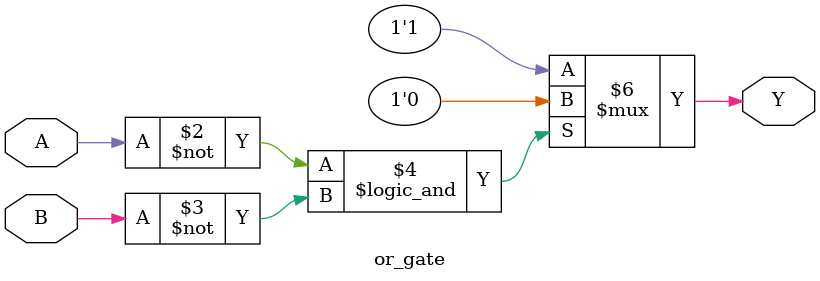
<source format=v>
module or_gate(output reg Y, input A, input B);
always @(A or B) begin
	if(A==0 && B==0)
		Y=0;
	else
		Y=1;
end
endmodule

</source>
